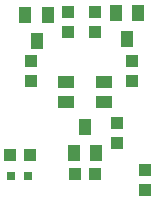
<source format=gbr>
G04 EAGLE Gerber RS-274X export*
G75*
%MOMM*%
%FSLAX34Y34*%
%LPD*%
%INSolderpaste Top*%
%IPPOS*%
%AMOC8*
5,1,8,0,0,1.08239X$1,22.5*%
G01*
%ADD10R,1.378000X1.080000*%
%ADD11R,1.000000X1.400000*%
%ADD12R,1.100000X1.000000*%
%ADD13R,1.000000X1.100000*%
%ADD14R,0.800000X0.800000*%


D10*
X-16040Y157725D03*
X-16040Y140725D03*
X16040Y140725D03*
X16040Y157725D03*
D11*
X0Y118950D03*
X9500Y96950D03*
X-9500Y96950D03*
X35263Y193788D03*
X25763Y215788D03*
X44763Y215788D03*
X-41275Y192200D03*
X-50775Y214200D03*
X-31775Y214200D03*
D12*
X-45691Y158188D03*
X-45691Y175188D03*
X39688Y158188D03*
X39688Y175188D03*
X26988Y122800D03*
X26988Y105800D03*
D13*
X8500Y79375D03*
X-8500Y79375D03*
D12*
X8281Y199463D03*
X8281Y216463D03*
X-14285Y199463D03*
X-14285Y216463D03*
D14*
X-48063Y77788D03*
X-63063Y77788D03*
D13*
X-64063Y95250D03*
X-47063Y95250D03*
X50800Y83113D03*
X50800Y66113D03*
M02*

</source>
